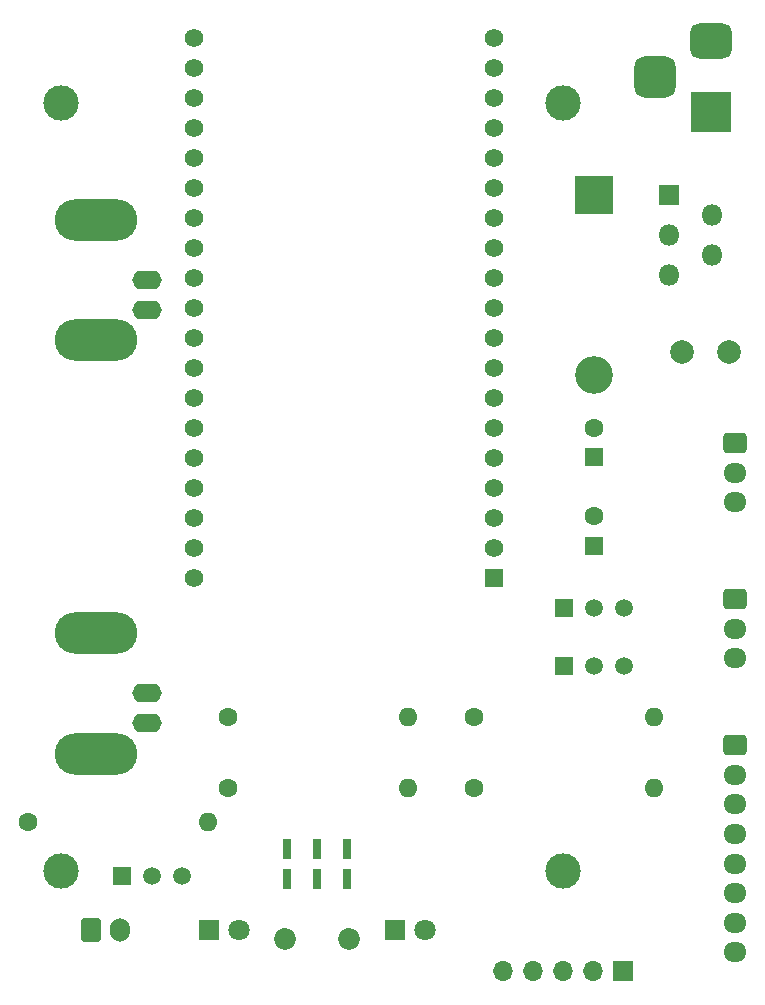
<source format=gbr>
%TF.GenerationSoftware,KiCad,Pcbnew,(6.0.4)*%
%TF.CreationDate,2023-10-06T01:52:23+02:00*%
%TF.ProjectId,OpenSpritzer2,4f70656e-5370-4726-9974-7a6572322e6b,rev?*%
%TF.SameCoordinates,Original*%
%TF.FileFunction,Soldermask,Bot*%
%TF.FilePolarity,Negative*%
%FSLAX46Y46*%
G04 Gerber Fmt 4.6, Leading zero omitted, Abs format (unit mm)*
G04 Created by KiCad (PCBNEW (6.0.4)) date 2023-10-06 01:52:23*
%MOMM*%
%LPD*%
G01*
G04 APERTURE LIST*
G04 Aperture macros list*
%AMRoundRect*
0 Rectangle with rounded corners*
0 $1 Rounding radius*
0 $2 $3 $4 $5 $6 $7 $8 $9 X,Y pos of 4 corners*
0 Add a 4 corners polygon primitive as box body*
4,1,4,$2,$3,$4,$5,$6,$7,$8,$9,$2,$3,0*
0 Add four circle primitives for the rounded corners*
1,1,$1+$1,$2,$3*
1,1,$1+$1,$4,$5*
1,1,$1+$1,$6,$7*
1,1,$1+$1,$8,$9*
0 Add four rect primitives between the rounded corners*
20,1,$1+$1,$2,$3,$4,$5,0*
20,1,$1+$1,$4,$5,$6,$7,0*
20,1,$1+$1,$6,$7,$8,$9,0*
20,1,$1+$1,$8,$9,$2,$3,0*%
G04 Aperture macros list end*
%ADD10O,1.950000X1.700000*%
%ADD11RoundRect,0.250000X-0.725000X0.600000X-0.725000X-0.600000X0.725000X-0.600000X0.725000X0.600000X0*%
%ADD12R,1.500000X1.500000*%
%ADD13C,1.500000*%
%ADD14C,1.600000*%
%ADD15R,1.600000X1.600000*%
%ADD16O,3.200000X3.200000*%
%ADD17R,3.200000X3.200000*%
%ADD18O,2.499360X1.600200*%
%ADD19O,7.000240X3.500120*%
%ADD20O,1.600000X1.600000*%
%ADD21O,1.700000X2.000000*%
%ADD22RoundRect,0.250000X-0.600000X-0.750000X0.600000X-0.750000X0.600000X0.750000X-0.600000X0.750000X0*%
%ADD23O,1.700000X1.700000*%
%ADD24R,1.700000X1.700000*%
%ADD25C,1.800000*%
%ADD26R,1.800000X1.800000*%
%ADD27C,3.000000*%
%ADD28C,1.560000*%
%ADD29R,1.560000X1.560000*%
%ADD30O,1.800000X1.800000*%
%ADD31C,2.000000*%
%ADD32R,0.750000X1.750000*%
%ADD33C,1.850000*%
%ADD34RoundRect,0.875000X-0.875000X0.875000X-0.875000X-0.875000X0.875000X-0.875000X0.875000X0.875000X0*%
%ADD35RoundRect,0.750000X-1.000000X0.750000X-1.000000X-0.750000X1.000000X-0.750000X1.000000X0.750000X0*%
%ADD36R,3.500000X3.500000*%
G04 APERTURE END LIST*
D10*
%TO.C,U3*%
X112150000Y-131950000D03*
X112150000Y-129450000D03*
X112150000Y-126950000D03*
X112150000Y-124450000D03*
X112150000Y-121950000D03*
X112150000Y-119450000D03*
X112150000Y-116950000D03*
D11*
X112150000Y-114450000D03*
%TD*%
D12*
%TO.C,NPN*%
X60200000Y-125500000D03*
D13*
X62740000Y-125500000D03*
X65280000Y-125500000D03*
%TD*%
D12*
%TO.C,NPN*%
X97600000Y-107700000D03*
D13*
X100140000Y-107700000D03*
X102680000Y-107700000D03*
%TD*%
D12*
%TO.C,NPN*%
X97600000Y-102800000D03*
D13*
X100140000Y-102800000D03*
X102680000Y-102800000D03*
%TD*%
D14*
%TO.C,C2*%
X100150000Y-95032380D03*
D15*
X100150000Y-97532380D03*
%TD*%
D16*
%TO.C,D1*%
X100150000Y-83090000D03*
D17*
X100150000Y-67850000D03*
%TD*%
D18*
%TO.C,J2*%
X62301260Y-75050000D03*
D19*
X58036600Y-80147780D03*
X58036600Y-69949680D03*
D18*
X62301260Y-77549360D03*
%TD*%
D20*
%TO.C,R5*%
X67470000Y-120950000D03*
D14*
X52230000Y-120950000D03*
%TD*%
D20*
%TO.C,R3*%
X105290000Y-118050000D03*
D14*
X90050000Y-118050000D03*
%TD*%
D21*
%TO.C,D4*%
X60050000Y-130050000D03*
D22*
X57550000Y-130050000D03*
%TD*%
D10*
%TO.C,J4*%
X112150000Y-107050000D03*
X112150000Y-104550000D03*
D11*
X112150000Y-102050000D03*
%TD*%
D23*
%TO.C,SW3*%
X92490000Y-133550000D03*
X95030000Y-133550000D03*
X97570000Y-133550000D03*
X100110000Y-133550000D03*
D24*
X102650000Y-133550000D03*
%TD*%
D25*
%TO.C,D2*%
X85865000Y-130050000D03*
D26*
X83325000Y-130050000D03*
%TD*%
D20*
%TO.C,R1*%
X84390000Y-112050000D03*
D14*
X69150000Y-112050000D03*
%TD*%
D27*
%TO.C,H3*%
X97550000Y-60050000D03*
%TD*%
%TO.C,H4*%
X97550000Y-125050000D03*
%TD*%
D28*
%TO.C,U1*%
X66350000Y-54590000D03*
X66350000Y-57130000D03*
X66350000Y-59670000D03*
X66350000Y-62210000D03*
X66350000Y-64750000D03*
X66350000Y-67290000D03*
X66350000Y-69830000D03*
X66350000Y-72370000D03*
X66350000Y-74910000D03*
X66350000Y-77450000D03*
X66350000Y-79990000D03*
X66350000Y-82530000D03*
X66350000Y-85070000D03*
X66350000Y-87610000D03*
X66350000Y-90150000D03*
X66350000Y-92690000D03*
X66350000Y-95230000D03*
X66350000Y-97770000D03*
X66350000Y-100310000D03*
X91750000Y-54590000D03*
X91750000Y-57130000D03*
X91750000Y-59670000D03*
X91750000Y-62210000D03*
X91750000Y-64750000D03*
X91750000Y-67290000D03*
X91750000Y-69830000D03*
X91750000Y-72370000D03*
X91750000Y-74910000D03*
X91750000Y-77450000D03*
X91750000Y-79990000D03*
X91750000Y-82530000D03*
X91750000Y-85070000D03*
X91750000Y-87610000D03*
X91750000Y-90150000D03*
X91750000Y-92690000D03*
X91750000Y-95230000D03*
X91750000Y-97770000D03*
D29*
X91750000Y-100310000D03*
%TD*%
D30*
%TO.C,U2*%
X106500000Y-74650000D03*
X110200000Y-72950000D03*
X106500000Y-71250000D03*
X110200000Y-69550000D03*
D26*
X106500000Y-67850000D03*
%TD*%
D27*
%TO.C,H1*%
X55050000Y-60050000D03*
%TD*%
D19*
%TO.C,J3*%
X58036600Y-104949680D03*
D18*
X62301260Y-112549360D03*
D19*
X58036600Y-115147780D03*
D18*
X62301260Y-110050000D03*
%TD*%
D10*
%TO.C,SW1*%
X112150000Y-93850000D03*
X112150000Y-91350000D03*
D11*
X112150000Y-88850000D03*
%TD*%
D31*
%TO.C,L1*%
X111650000Y-81150000D03*
X107650000Y-81150000D03*
%TD*%
D20*
%TO.C,R4*%
X105290000Y-112050000D03*
D14*
X90050000Y-112050000D03*
%TD*%
D25*
%TO.C,D3*%
X70115000Y-130050000D03*
D26*
X67575000Y-130050000D03*
%TD*%
D20*
%TO.C,R2*%
X84390000Y-118050000D03*
D14*
X69150000Y-118050000D03*
%TD*%
D27*
%TO.C,H2*%
X55050000Y-125050000D03*
%TD*%
D32*
%TO.C,SW2*%
X79290000Y-125720000D03*
X76750000Y-125720000D03*
X74210000Y-125720000D03*
X79290000Y-123180000D03*
X76750000Y-123180000D03*
X74210000Y-123180000D03*
D33*
X79450000Y-130800000D03*
X74050000Y-130800000D03*
%TD*%
D14*
%TO.C,C1*%
X100150000Y-87532380D03*
D15*
X100150000Y-90032380D03*
%TD*%
D34*
%TO.C,J1*%
X105350000Y-57850000D03*
D35*
X110050000Y-54850000D03*
D36*
X110050000Y-60850000D03*
%TD*%
M02*

</source>
